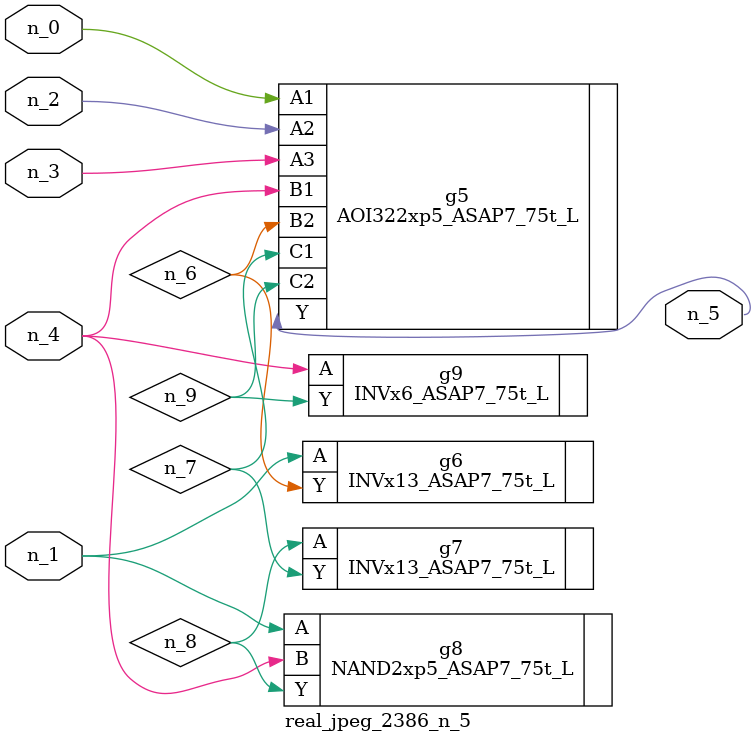
<source format=v>
module real_jpeg_2386_n_5 (n_4, n_0, n_1, n_2, n_3, n_5);

input n_4;
input n_0;
input n_1;
input n_2;
input n_3;

output n_5;

wire n_8;
wire n_6;
wire n_7;
wire n_9;

AOI322xp5_ASAP7_75t_L g5 ( 
.A1(n_0),
.A2(n_2),
.A3(n_3),
.B1(n_4),
.B2(n_6),
.C1(n_7),
.C2(n_9),
.Y(n_5)
);

INVx13_ASAP7_75t_L g6 ( 
.A(n_1),
.Y(n_6)
);

NAND2xp5_ASAP7_75t_L g8 ( 
.A(n_1),
.B(n_4),
.Y(n_8)
);

INVx6_ASAP7_75t_L g9 ( 
.A(n_4),
.Y(n_9)
);

INVx13_ASAP7_75t_L g7 ( 
.A(n_8),
.Y(n_7)
);


endmodule
</source>
